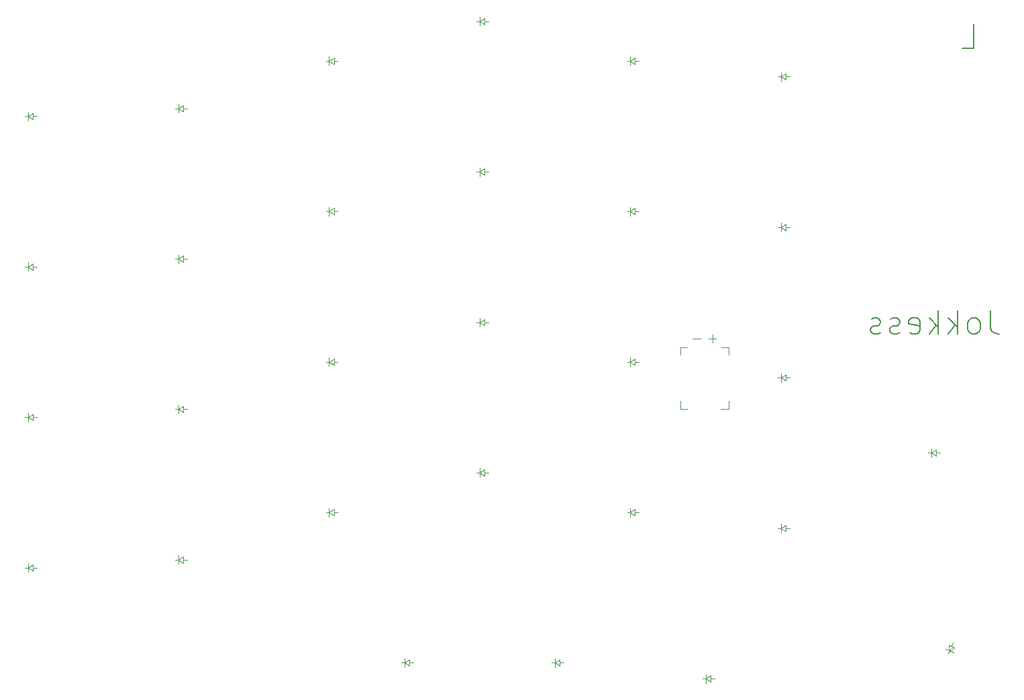
<source format=gbr>
%TF.GenerationSoftware,KiCad,Pcbnew,8.0.5*%
%TF.CreationDate,2024-11-30T23:52:13+01:00*%
%TF.ProjectId,left_finished,6c656674-5f66-4696-9e69-736865642e6b,v1.0.0*%
%TF.SameCoordinates,Original*%
%TF.FileFunction,Legend,Bot*%
%TF.FilePolarity,Positive*%
%FSLAX46Y46*%
G04 Gerber Fmt 4.6, Leading zero omitted, Abs format (unit mm)*
G04 Created by KiCad (PCBNEW 8.0.5) date 2024-11-30 23:52:13*
%MOMM*%
%LPD*%
G01*
G04 APERTURE LIST*
%ADD10C,0.150000*%
%ADD11C,0.100000*%
%ADD12C,0.120000*%
G04 APERTURE END LIST*
D10*
X269071427Y-142480057D02*
X269071427Y-144622914D01*
X269071427Y-144622914D02*
X269214284Y-145051485D01*
X269214284Y-145051485D02*
X269499998Y-145337200D01*
X269499998Y-145337200D02*
X269928570Y-145480057D01*
X269928570Y-145480057D02*
X270214284Y-145480057D01*
X267214284Y-145480057D02*
X267499999Y-145337200D01*
X267499999Y-145337200D02*
X267642856Y-145194342D01*
X267642856Y-145194342D02*
X267785713Y-144908628D01*
X267785713Y-144908628D02*
X267785713Y-144051485D01*
X267785713Y-144051485D02*
X267642856Y-143765771D01*
X267642856Y-143765771D02*
X267499999Y-143622914D01*
X267499999Y-143622914D02*
X267214284Y-143480057D01*
X267214284Y-143480057D02*
X266785713Y-143480057D01*
X266785713Y-143480057D02*
X266499999Y-143622914D01*
X266499999Y-143622914D02*
X266357142Y-143765771D01*
X266357142Y-143765771D02*
X266214284Y-144051485D01*
X266214284Y-144051485D02*
X266214284Y-144908628D01*
X266214284Y-144908628D02*
X266357142Y-145194342D01*
X266357142Y-145194342D02*
X266499999Y-145337200D01*
X266499999Y-145337200D02*
X266785713Y-145480057D01*
X266785713Y-145480057D02*
X267214284Y-145480057D01*
X264928570Y-145480057D02*
X264928570Y-142480057D01*
X264642856Y-144337200D02*
X263785713Y-145480057D01*
X263785713Y-143480057D02*
X264928570Y-144622914D01*
X262499999Y-145480057D02*
X262499999Y-142480057D01*
X262214285Y-144337200D02*
X261357142Y-145480057D01*
X261357142Y-143480057D02*
X262499999Y-144622914D01*
X258928571Y-145337200D02*
X259214285Y-145480057D01*
X259214285Y-145480057D02*
X259785714Y-145480057D01*
X259785714Y-145480057D02*
X260071428Y-145337200D01*
X260071428Y-145337200D02*
X260214285Y-145051485D01*
X260214285Y-145051485D02*
X260214285Y-143908628D01*
X260214285Y-143908628D02*
X260071428Y-143622914D01*
X260071428Y-143622914D02*
X259785714Y-143480057D01*
X259785714Y-143480057D02*
X259214285Y-143480057D01*
X259214285Y-143480057D02*
X258928571Y-143622914D01*
X258928571Y-143622914D02*
X258785714Y-143908628D01*
X258785714Y-143908628D02*
X258785714Y-144194342D01*
X258785714Y-144194342D02*
X260214285Y-144480057D01*
X257642856Y-145337200D02*
X257357142Y-145480057D01*
X257357142Y-145480057D02*
X256785713Y-145480057D01*
X256785713Y-145480057D02*
X256499999Y-145337200D01*
X256499999Y-145337200D02*
X256357142Y-145051485D01*
X256357142Y-145051485D02*
X256357142Y-144908628D01*
X256357142Y-144908628D02*
X256499999Y-144622914D01*
X256499999Y-144622914D02*
X256785713Y-144480057D01*
X256785713Y-144480057D02*
X257214285Y-144480057D01*
X257214285Y-144480057D02*
X257499999Y-144337200D01*
X257499999Y-144337200D02*
X257642856Y-144051485D01*
X257642856Y-144051485D02*
X257642856Y-143908628D01*
X257642856Y-143908628D02*
X257499999Y-143622914D01*
X257499999Y-143622914D02*
X257214285Y-143480057D01*
X257214285Y-143480057D02*
X256785713Y-143480057D01*
X256785713Y-143480057D02*
X256499999Y-143622914D01*
X255214285Y-145337200D02*
X254928571Y-145480057D01*
X254928571Y-145480057D02*
X254357142Y-145480057D01*
X254357142Y-145480057D02*
X254071428Y-145337200D01*
X254071428Y-145337200D02*
X253928571Y-145051485D01*
X253928571Y-145051485D02*
X253928571Y-144908628D01*
X253928571Y-144908628D02*
X254071428Y-144622914D01*
X254071428Y-144622914D02*
X254357142Y-144480057D01*
X254357142Y-144480057D02*
X254785714Y-144480057D01*
X254785714Y-144480057D02*
X255071428Y-144337200D01*
X255071428Y-144337200D02*
X255214285Y-144051485D01*
X255214285Y-144051485D02*
X255214285Y-143908628D01*
X255214285Y-143908628D02*
X255071428Y-143622914D01*
X255071428Y-143622914D02*
X254785714Y-143480057D01*
X254785714Y-143480057D02*
X254357142Y-143480057D01*
X254357142Y-143480057D02*
X254071428Y-143622914D01*
X265571427Y-109380057D02*
X266999999Y-109380057D01*
X266999999Y-109380057D02*
X266999999Y-106380057D01*
D11*
%TO.C,D6*%
X166250000Y-155000000D02*
X166650000Y-155000000D01*
X166650000Y-155000000D02*
X166650000Y-154450000D01*
X166650000Y-155000000D02*
X166650000Y-155550000D01*
X166650000Y-155000000D02*
X167250000Y-154600000D01*
X167250000Y-154600000D02*
X167250000Y-155400000D01*
X167250000Y-155000000D02*
X167750000Y-155000000D01*
X167250000Y-155400000D02*
X166650000Y-155000000D01*
%TO.C,D13*%
X204250000Y-163000000D02*
X204650000Y-163000000D01*
X204650000Y-163000000D02*
X204650000Y-162450000D01*
X204650000Y-163000000D02*
X204650000Y-163550000D01*
X204650000Y-163000000D02*
X205250000Y-162600000D01*
X205250000Y-162600000D02*
X205250000Y-163400000D01*
X205250000Y-163000000D02*
X205750000Y-163000000D01*
X205250000Y-163400000D02*
X204650000Y-163000000D01*
%TO.C,D16*%
X204250000Y-106000000D02*
X204650000Y-106000000D01*
X204650000Y-106000000D02*
X204650000Y-105450000D01*
X204650000Y-106000000D02*
X204650000Y-106550000D01*
X204650000Y-106000000D02*
X205250000Y-105600000D01*
X205250000Y-105600000D02*
X205250000Y-106400000D01*
X205250000Y-106000000D02*
X205750000Y-106000000D01*
X205250000Y-106400000D02*
X204650000Y-106000000D01*
%TO.C,D23*%
X242250000Y-132000000D02*
X242650000Y-132000000D01*
X242650000Y-132000000D02*
X242650000Y-131450000D01*
X242650000Y-132000000D02*
X242650000Y-132550000D01*
X242650000Y-132000000D02*
X243250000Y-131600000D01*
X243250000Y-131600000D02*
X243250000Y-132400000D01*
X243250000Y-132000000D02*
X243750000Y-132000000D01*
X243250000Y-132400000D02*
X242650000Y-132000000D01*
%TO.C,D2*%
X147250000Y-156000000D02*
X147650000Y-156000000D01*
X147650000Y-156000000D02*
X147650000Y-155450000D01*
X147650000Y-156000000D02*
X147650000Y-156550000D01*
X147650000Y-156000000D02*
X148250000Y-155600000D01*
X148250000Y-155600000D02*
X148250000Y-156400000D01*
X148250000Y-156000000D02*
X148750000Y-156000000D01*
X148250000Y-156400000D02*
X147650000Y-156000000D01*
%TO.C,D29*%
X261250000Y-160500000D02*
X261650000Y-160500000D01*
X261650000Y-160500000D02*
X261650000Y-159950000D01*
X261650000Y-160500000D02*
X261650000Y-161050000D01*
X261650000Y-160500000D02*
X262250000Y-160100000D01*
X262250000Y-160100000D02*
X262250000Y-160900000D01*
X262250000Y-160500000D02*
X262750000Y-160500000D01*
X262250000Y-160900000D02*
X261650000Y-160500000D01*
%TO.C,D14*%
X204250000Y-144000000D02*
X204650000Y-144000000D01*
X204650000Y-144000000D02*
X204650000Y-143450000D01*
X204650000Y-144000000D02*
X204650000Y-144550000D01*
X204650000Y-144000000D02*
X205250000Y-143600000D01*
X205250000Y-143600000D02*
X205250000Y-144400000D01*
X205250000Y-144000000D02*
X205750000Y-144000000D01*
X205250000Y-144400000D02*
X204650000Y-144000000D01*
%TO.C,D8*%
X166250000Y-117000000D02*
X166650000Y-117000000D01*
X166650000Y-117000000D02*
X166650000Y-116450000D01*
X166650000Y-117000000D02*
X166650000Y-117550000D01*
X166650000Y-117000000D02*
X167250000Y-116600000D01*
X167250000Y-116600000D02*
X167250000Y-117400000D01*
X167250000Y-117000000D02*
X167750000Y-117000000D01*
X167250000Y-117400000D02*
X166650000Y-117000000D01*
%TO.C,D11*%
X185250000Y-130000000D02*
X185650000Y-130000000D01*
X185650000Y-130000000D02*
X185650000Y-129450000D01*
X185650000Y-130000000D02*
X185650000Y-130550000D01*
X185650000Y-130000000D02*
X186250000Y-129600000D01*
X186250000Y-129600000D02*
X186250000Y-130400000D01*
X186250000Y-130000000D02*
X186750000Y-130000000D01*
X186250000Y-130400000D02*
X185650000Y-130000000D01*
%TO.C,D3*%
X147250000Y-137000000D02*
X147650000Y-137000000D01*
X147650000Y-137000000D02*
X147650000Y-136450000D01*
X147650000Y-137000000D02*
X147650000Y-137550000D01*
X147650000Y-137000000D02*
X148250000Y-136600000D01*
X148250000Y-136600000D02*
X148250000Y-137400000D01*
X148250000Y-137000000D02*
X148750000Y-137000000D01*
X148250000Y-137400000D02*
X147650000Y-137000000D01*
%TO.C,D10*%
X185250000Y-149000000D02*
X185650000Y-149000000D01*
X185650000Y-149000000D02*
X185650000Y-148450000D01*
X185650000Y-149000000D02*
X185650000Y-149550000D01*
X185650000Y-149000000D02*
X186250000Y-148600000D01*
X186250000Y-148600000D02*
X186250000Y-149400000D01*
X186250000Y-149000000D02*
X186750000Y-149000000D01*
X186250000Y-149400000D02*
X185650000Y-149000000D01*
%TO.C,D18*%
X223250000Y-149000000D02*
X223650000Y-149000000D01*
X223650000Y-149000000D02*
X223650000Y-148450000D01*
X223650000Y-149000000D02*
X223650000Y-149550000D01*
X223650000Y-149000000D02*
X224250000Y-148600000D01*
X224250000Y-148600000D02*
X224250000Y-149400000D01*
X224250000Y-149000000D02*
X224750000Y-149000000D01*
X224250000Y-149400000D02*
X223650000Y-149000000D01*
%TO.C,D28*%
X263762675Y-185818842D02*
X263925369Y-185453424D01*
X263803993Y-184742602D02*
X264534829Y-185067991D01*
X263925369Y-185453424D02*
X263422919Y-185229719D01*
X263925369Y-185453424D02*
X263803993Y-184742602D01*
X263925369Y-185453424D02*
X264427819Y-185677129D01*
X264169411Y-184905297D02*
X264372779Y-184448524D01*
X264534829Y-185067991D02*
X263925369Y-185453424D01*
%TO.C,D17*%
X223250000Y-168000000D02*
X223650000Y-168000000D01*
X223650000Y-168000000D02*
X223650000Y-167450000D01*
X223650000Y-168000000D02*
X223650000Y-168550000D01*
X223650000Y-168000000D02*
X224250000Y-167600000D01*
X224250000Y-167600000D02*
X224250000Y-168400000D01*
X224250000Y-168000000D02*
X224750000Y-168000000D01*
X224250000Y-168400000D02*
X223650000Y-168000000D01*
%TO.C,D27*%
X232750000Y-189000000D02*
X233150000Y-189000000D01*
X233150000Y-189000000D02*
X233150000Y-188450000D01*
X233150000Y-189000000D02*
X233150000Y-189550000D01*
X233150000Y-189000000D02*
X233750000Y-188600000D01*
X233750000Y-188600000D02*
X233750000Y-189400000D01*
X233750000Y-189000000D02*
X234250000Y-189000000D01*
X233750000Y-189400000D02*
X233150000Y-189000000D01*
%TO.C,D25*%
X194750000Y-187000000D02*
X195150000Y-187000000D01*
X195150000Y-187000000D02*
X195150000Y-186450000D01*
X195150000Y-187000000D02*
X195150000Y-187550000D01*
X195150000Y-187000000D02*
X195750000Y-186600000D01*
X195750000Y-186600000D02*
X195750000Y-187400000D01*
X195750000Y-187000000D02*
X196250000Y-187000000D01*
X195750000Y-187400000D02*
X195150000Y-187000000D01*
%TO.C,D26*%
X213750000Y-187000000D02*
X214150000Y-187000000D01*
X214150000Y-187000000D02*
X214150000Y-186450000D01*
X214150000Y-187000000D02*
X214150000Y-187550000D01*
X214150000Y-187000000D02*
X214750000Y-186600000D01*
X214750000Y-186600000D02*
X214750000Y-187400000D01*
X214750000Y-187000000D02*
X215250000Y-187000000D01*
X214750000Y-187400000D02*
X214150000Y-187000000D01*
%TO.C,D9*%
X185250000Y-168000000D02*
X185650000Y-168000000D01*
X185650000Y-168000000D02*
X185650000Y-167450000D01*
X185650000Y-168000000D02*
X185650000Y-168550000D01*
X185650000Y-168000000D02*
X186250000Y-167600000D01*
X186250000Y-167600000D02*
X186250000Y-168400000D01*
X186250000Y-168000000D02*
X186750000Y-168000000D01*
X186250000Y-168400000D02*
X185650000Y-168000000D01*
%TO.C,D7*%
X166250000Y-136000000D02*
X166650000Y-136000000D01*
X166650000Y-136000000D02*
X166650000Y-135450000D01*
X166650000Y-136000000D02*
X166650000Y-136550000D01*
X166650000Y-136000000D02*
X167250000Y-135600000D01*
X167250000Y-135600000D02*
X167250000Y-136400000D01*
X167250000Y-136000000D02*
X167750000Y-136000000D01*
X167250000Y-136400000D02*
X166650000Y-136000000D01*
%TO.C,D1*%
X147250000Y-175000000D02*
X147650000Y-175000000D01*
X147650000Y-175000000D02*
X147650000Y-174450000D01*
X147650000Y-175000000D02*
X147650000Y-175550000D01*
X147650000Y-175000000D02*
X148250000Y-174600000D01*
X148250000Y-174600000D02*
X148250000Y-175400000D01*
X148250000Y-175000000D02*
X148750000Y-175000000D01*
X148250000Y-175400000D02*
X147650000Y-175000000D01*
%TO.C,D19*%
X223250000Y-130000000D02*
X223650000Y-130000000D01*
X223650000Y-130000000D02*
X223650000Y-129450000D01*
X223650000Y-130000000D02*
X223650000Y-130550000D01*
X223650000Y-130000000D02*
X224250000Y-129600000D01*
X224250000Y-129600000D02*
X224250000Y-130400000D01*
X224250000Y-130000000D02*
X224750000Y-130000000D01*
X224250000Y-130400000D02*
X223650000Y-130000000D01*
%TO.C,D21*%
X242250000Y-170000000D02*
X242650000Y-170000000D01*
X242650000Y-170000000D02*
X242650000Y-169450000D01*
X242650000Y-170000000D02*
X242650000Y-170550000D01*
X242650000Y-170000000D02*
X243250000Y-169600000D01*
X243250000Y-169600000D02*
X243250000Y-170400000D01*
X243250000Y-170000000D02*
X243750000Y-170000000D01*
X243250000Y-170400000D02*
X242650000Y-170000000D01*
%TO.C,D24*%
X242250000Y-113000000D02*
X242650000Y-113000000D01*
X242650000Y-113000000D02*
X242650000Y-112450000D01*
X242650000Y-113000000D02*
X242650000Y-113550000D01*
X242650000Y-113000000D02*
X243250000Y-112600000D01*
X243250000Y-112600000D02*
X243250000Y-113400000D01*
X243250000Y-113000000D02*
X243750000Y-113000000D01*
X243250000Y-113400000D02*
X242650000Y-113000000D01*
%TO.C,D15*%
X204250000Y-125000000D02*
X204650000Y-125000000D01*
X204650000Y-125000000D02*
X204650000Y-124450000D01*
X204650000Y-125000000D02*
X204650000Y-125550000D01*
X204650000Y-125000000D02*
X205250000Y-124600000D01*
X205250000Y-124600000D02*
X205250000Y-125400000D01*
X205250000Y-125000000D02*
X205750000Y-125000000D01*
X205250000Y-125400000D02*
X204650000Y-125000000D01*
%TO.C,D4*%
X147250000Y-118000000D02*
X147650000Y-118000000D01*
X147650000Y-118000000D02*
X147650000Y-117450000D01*
X147650000Y-118000000D02*
X147650000Y-118550000D01*
X147650000Y-118000000D02*
X148250000Y-117600000D01*
X148250000Y-117600000D02*
X148250000Y-118400000D01*
X148250000Y-118000000D02*
X148750000Y-118000000D01*
X148250000Y-118400000D02*
X147650000Y-118000000D01*
%TO.C,D12*%
X185250000Y-111000000D02*
X185650000Y-111000000D01*
X185650000Y-111000000D02*
X185650000Y-110450000D01*
X185650000Y-111000000D02*
X185650000Y-111550000D01*
X185650000Y-111000000D02*
X186250000Y-110600000D01*
X186250000Y-110600000D02*
X186250000Y-111400000D01*
X186250000Y-111000000D02*
X186750000Y-111000000D01*
X186250000Y-111400000D02*
X185650000Y-111000000D01*
%TO.C,D20*%
X223250000Y-111000000D02*
X223650000Y-111000000D01*
X223650000Y-111000000D02*
X223650000Y-110450000D01*
X223650000Y-111000000D02*
X223650000Y-111550000D01*
X223650000Y-111000000D02*
X224250000Y-110600000D01*
X224250000Y-110600000D02*
X224250000Y-111400000D01*
X224250000Y-111000000D02*
X224750000Y-111000000D01*
X224250000Y-111400000D02*
X223650000Y-111000000D01*
%TO.C,D22*%
X242250000Y-151000000D02*
X242650000Y-151000000D01*
X242650000Y-151000000D02*
X242650000Y-150450000D01*
X242650000Y-151000000D02*
X242650000Y-151550000D01*
X242650000Y-151000000D02*
X243250000Y-150600000D01*
X243250000Y-150600000D02*
X243250000Y-151400000D01*
X243250000Y-151000000D02*
X243750000Y-151000000D01*
X243250000Y-151400000D02*
X242650000Y-151000000D01*
%TO.C,D5*%
X166250000Y-174000000D02*
X166650000Y-174000000D01*
X166650000Y-174000000D02*
X166650000Y-173450000D01*
X166650000Y-174000000D02*
X166650000Y-174550000D01*
X166650000Y-174000000D02*
X167250000Y-173600000D01*
X167250000Y-173600000D02*
X167250000Y-174400000D01*
X167250000Y-174000000D02*
X167750000Y-174000000D01*
X167250000Y-174400000D02*
X166650000Y-174000000D01*
D12*
%TO.C,JST1*%
X229940000Y-147140000D02*
X229940000Y-148140000D01*
X229940000Y-154960000D02*
X229940000Y-153960000D01*
X230860000Y-147140000D02*
X229940000Y-147140000D01*
X230860000Y-154960000D02*
X229940000Y-154960000D01*
D11*
X231500000Y-146100000D02*
X232500000Y-146100000D01*
X234000000Y-146600000D02*
X234000000Y-145600000D01*
X234500000Y-146100000D02*
X233500000Y-146100000D01*
D12*
X235060000Y-154960000D02*
X236060000Y-154960000D01*
X235140000Y-147140000D02*
X236060000Y-147140000D01*
X236060000Y-147140000D02*
X236060000Y-148140000D01*
X236060000Y-154960000D02*
X236060000Y-153960000D01*
%TD*%
M02*

</source>
